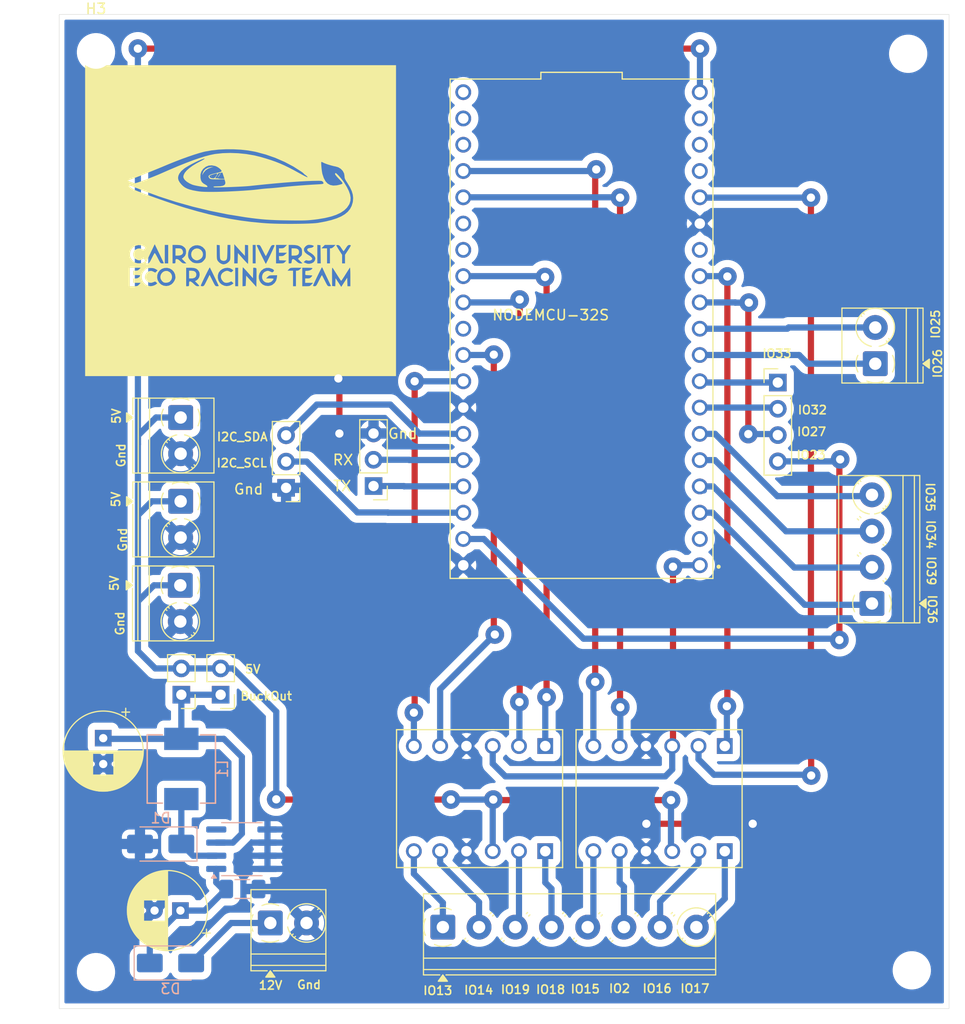
<source format=kicad_pcb>
(kicad_pcb (version 20241229) (generator "pcbnew") (generator_version "9.0")
  (layers (0 "F.Cu" signal "Front") (2 "B.Cu" signal "Back") (13 "F.Paste" user) (15 "B.Paste" user) (5 "F.SilkS" user "F.Silkscreen") (7 "B.SilkS" user "B.Silkscreen") (1 "F.Mask" user) (3 "B.Mask" user) (25 "Edge.Cuts" user))
  (net 0 "")
  (net 1 "GND")
  (net 3 "Net-(D3-K)")
  (net 4 "Net-(D3-A)")
  (net 5 "Net-(J1-Pin_1)")
  (net 6 "/I2C_SCL")
  (net 7 "Net-(D1-K)")
  (net 8 "/I2C_SDA")
  (net 9 "Net-(JP1-A)")
  (net 10 "Net-(J3-Pin_2)")
  (net 14 "Net-(J3-Pin_4)")
  (net 15 "Net-(J7-Pin_1)")
  (net 17 "Net-(J3-Pin_3)")
  (net 19 "+3.3V")
  (net 20 "Net-(J1-Pin_2)")
  (net 26 "Net-(J7-Pin_2)")
  (net 27 "Net-(J3-Pin_1)")
  (net 29 "+5V")
  (net 30 "/IO36")
  (net 31 "/IO39")
  (net 32 "/IO35")
  (net 33 "/IO34")
  (net 34 "IO15_LowLogic")
  (net 35 "IO2_LowLogic")
  (net 36 "IO17_LowLogic")
  (net 37 "IO18_LowLogic")
  (net 38 "IO19_LowLogic")
  (net 39 "IO14_LowLogic")
  (net 40 "IO13_LowLogic")
  (net 41 "IO19_HighLogic")
  (net 42 "IO2_HighLogic")
  (net 43 "IO14_HighLogic")
  (net 44 "IO13_HighLogic")
  (net 45 "IO18_HighLogic")
  (net 46 "IO15_HighLogic")
  (net 47 "IO17_HighLogic")
  (net 48 "IO16_HighLogic")
  (net 49 "IO16_LowLogic")
  (footprint "MountingHole:MountingHole_3.2mm_M3" (layer "F.Cu") (at 91.95 43.85)
    (property "Reference" "H3" (at 0 -4.2 0) (layer "F.SilkS"))
    (property "Value" "MountingHole")
    (pad "" np_thru_hole circle (at 0 0) (size 3.2 3.2) (drill 3.2) (layers "*.Cu" "*.Mask"))
  )
  (footprint "Connector_PinHeader_2.54mm:PinHeader_1x03_P2.54mm_Vertical" (layer "F.Cu") (at 110.325 85.95 180)
    (property "Reference" "J2" (hide yes))
    (property "Value" "Conn_01x03_Pin")
    (pad "1" thru_hole rect (at 0 0 180) (size 1.7 1.7) (drill 1) (layers "*.Cu" "*.Mask") (net 1 "GND"))
    (pad "2" thru_hole oval (at 0 2.54 180) (size 1.7 1.7) (drill 1) (layers "*.Cu" "*.Mask") (net 6 "/I2C_SCL"))
    (pad "3" thru_hole oval (at 0 5.08 180) (size 1.7 1.7) (drill 1) (layers "*.Cu" "*.Mask") (net 8 "/I2C_SDA"))
  )
  (footprint "TerminalBlock_Phoenix:TerminalBlock_Phoenix_PT-1,5-2-3.5-H_1x02_P3.50mm_Horizontal" (layer "F.Cu") (at 100.1325 87.25 -90)
    (property "Reference" "J10" (hide yes))
    (property "Value" "Screw_Terminal_01x02")
    (pad "1" thru_hole roundrect (at 0 0 270) (size 2.4 2.4) (drill 1.2) (layers "*.Cu" "*.Mask") (roundrect_rratio 0.104167) (net 29 "+5V"))
    (pad "2" thru_hole circle (at 3.5 0 270) (size 2.4 2.4) (drill 1.2) (layers "*.Cu" "*.Mask") (net 1 "GND"))
  )
  (footprint "Connector_PinHeader_2.54mm:PinHeader_1x02_P2.54mm_Vertical" (layer "F.Cu") (at 100.2 105.9425 180)
    (property "Reference" "JP1" (hide yes))
    (property "Value" "Jumper_2_Bridged")
    (pad "1" thru_hole rect (at 0 0 180) (size 1.7 1.7) (drill 1) (layers "*.Cu" "*.Mask") (net 9 "Net-(JP1-A)"))
    (pad "2" thru_hole oval (at 0 2.54 180) (size 1.7 1.7) (drill 1) (layers "*.Cu" "*.Mask") (net 29 "+5V"))
  )
  (footprint "Capacitor_THT:CP_Radial_D7.5mm_P2.50mm" (layer "F.Cu") (at 92.65 110.138606 -90)
    (property "Reference" "C2" (hide yes))
    (property "Value" "100u")
    (pad "1" thru_hole rect (at 0 0 270) (size 1.6 1.6) (drill 0.8) (layers "*.Cu" "*.Mask") (net 9 "Net-(JP1-A)"))
    (pad "2" thru_hole circle (at 2.5 0 270) (size 1.6 1.6) (drill 0.8) (layers "*.Cu" "*.Mask") (net 1 "GND"))
  )
  (footprint "Capacitor_THT:CP_Radial_D7.5mm_P2.50mm" (layer "F.Cu") (at 100.111395 126.8 180)
    (property "Reference" "C1" (hide yes))
    (property "Value" "180u")
    (pad "1" thru_hole rect (at 0 0 180) (size 1.6 1.6) (drill 0.8) (layers "*.Cu" "*.Mask") (net 3 "Net-(D3-K)"))
    (pad "2" thru_hole circle (at 2.5 0 180) (size 1.6 1.6) (drill 0.8) (layers "*.Cu" "*.Mask") (net 1 "GND"))
  )
  (footprint "LibMain:CONV_BOB-12009" (layer "F.Cu") (at 129.025 115.9825 -90)
    (property "Reference" "U3" (hide yes))
    (property "Value" "BOB-12009")
    (pad "GND_1" thru_hole circle (at 5.08 1.27 270) (size 1.524 1.524) (drill 1.016) (layers "*.Cu" "*.Mask") (net 1 "GND"))
    (pad "GND_2" thru_hole circle (at -5.08 1.27 270) (size 1.524 1.524) (drill 1.016) (layers "*.Cu" "*.Mask") (net 1 "GND"))
    (pad "HV" thru_hole circle (at 5.08 -1.27 270) (size 1.524 1.524) (drill 1.016) (layers "*.Cu" "*.Mask") (net 29 "+5V"))
    (pad "HV1" thru_hole rect (at 5.08 -6.35 270) (size 1.524 1.524) (drill 1.016) (layers "*.Cu" "*.Mask") (net 45 "IO18_HighLogic"))
    (pad "HV2" thru_hole circle (at 5.08 -3.81 270) (size 1.524 1.524) (drill 1.016) (layers "*.Cu" "*.Mask") (net 41 "IO19_HighLogic"))
    (pad "HV3" thru_hole circle (at 5.08 3.81 270) (size 1.524 1.524) (drill 1.016) (layers "*.Cu" "*.Mask") (net 43 "IO14_HighLogic"))
    (pad "HV4" thru_hole circle (at 5.08 6.35 270) (size 1.524 1.524) (drill 1.016) (layers "*.Cu" "*.Mask") (net 44 "IO13_HighLogic"))
    (pad "LV" thru_hole circle (at -5.08 -1.27 270) (size 1.524 1.524) (drill 1.016) (layers "*.Cu" "*.Mask") (net 19 "+3.3V"))
    (pad "LV1" thru_hole rect (at -5.08 -6.35 270) (size 1.524 1.524) (drill 1.016) (layers "*.Cu" "*.Mask") (net 49 "IO16_LowLogic"))
    (pad "LV2" thru_hole circle (at -5.08 -3.81 270) (size 1.524 1.524) (drill 1.016) (layers "*.Cu" "*.Mask") (net 36 "IO17_LowLogic"))
    (pad "LV3" thru_hole circle (at -5.08 3.81 270) (size 1.524 1.524) (drill 1.016) (layers "*.Cu" "*.Mask") (net 37 "IO18_LowLogic"))
    (pad "LV4" thru_hole circle (at -5.08 6.35 270) (size 1.524 1.524) (drill 1.016) (layers "*.Cu" "*.Mask") (net 38 "IO19_LowLogic"))
  )
  (footprint "TerminalBlock_Phoenix:TerminalBlock_Phoenix_PT-1,5-2-3.5-H_1x02_P3.50mm_Horizontal" (layer "F.Cu") (at 108.8 128)
    (property "Reference" "J6" (hide yes))
    (property "Value" "Screw_Terminal_01x02")
    (pad "1" thru_hole roundrect (at 0 0) (size 2.4 2.4) (drill 1.2) (layers "*.Cu" "*.Mask") (roundrect_rratio 0.104167) (net 4 "Net-(D3-A)"))
    (pad "2" thru_hole circle (at 3.5 0) (size 2.4 2.4) (drill 1.2) (layers "*.Cu" "*.Mask") (net 1 "GND"))
  )
  (footprint "TerminalBlock_Phoenix:TerminalBlock_Phoenix_PT-1,5-4-3.5-H_1x04_P3.50mm_Horizontal" (layer "F.Cu") (at 166.95 97.125 90)
    (property "Reference" "J4" (hide yes))
    (property "Value" "Screw_Terminal_01x04" (hide yes))
    (pad "1" thru_hole roundrect (at 0 0 90) (size 2.4 2.4) (drill 1.2) (layers "*.Cu" "*.Mask") (roundrect_rratio 0.104167) (net 30 "/IO36"))
    (pad "2" thru_hole circle (at 3.5 0 90) (size 2.4 2.4) (drill 1.2) (layers "*.Cu" "*.Mask") (net 31 "/IO39"))
    (pad "3" thru_hole circle (at 7 0 90) (size 2.4 2.4) (drill 1.2) (layers "*.Cu" "*.Mask") (net 33 "/IO34"))
    (pad "4" thru_hole circle (at 10.5 0 90) (size 2.4 2.4) (drill 1.2) (layers "*.Cu" "*.Mask") (net 32 "/IO35"))
  )
  (footprint "Connector_PinHeader_2.54mm:PinHeader_1x02_P2.54mm_Vertical" (layer "F.Cu") (at 104 105.9425 180)
    (property "Reference" "JP2" (hide yes))
    (property "Value" "Jumper_2_Bridged")
    (pad "1" thru_hole rect (at 0 0 180) (size 1.7 1.7) (drill 1) (layers "*.Cu" "*.Mask") (net 9 "Net-(JP1-A)"))
    (pad "2" thru_hole oval (at 0 2.54 180) (size 1.7 1.7) (drill 1) (layers "*.Cu" "*.Mask") (net 29 "+5V"))
  )
  (footprint "TerminalBlock_Phoenix:TerminalBlock_Phoenix_PT-1,5-2-3.5-H_1x02_P3.50mm_Horizontal" (layer "F.Cu") (at 100.1325 79.15 -90)
    (property "Reference" "J9" (hide yes))
    (property "Value" "Screw_Terminal_01x02")
    (pad "1" thru_hole roundrect (at 0 0 270) (size 2.4 2.4) (drill 1.2) (layers "*.Cu" "*.Mask") (roundrect_rratio 0.104167) (net 29 "+5V"))
    (pad "2" thru_hole circle (at 3.5 0 270) (size 2.4 2.4) (drill 1.2) (layers "*.Cu" "*.Mask") (net 1 "GND"))
  )
  (footprint "LibMain:MODULE_NODEMCU-32S" (layer "F.Cu") (at 138.88 70.57 180)
    (property "Reference" "U2" (hide yes))
    (property "Value" "NODEMCU-32S")
    (pad "J1_1" thru_hole circle (at -11.43 -22.86 180) (size 1.524 1.524) (drill 1.016) (layers "*.Cu" "*.Mask") (net 19 "+3.3V"))
    (pad "J1_2" thru_hole circle (at -11.43 -20.32 180) (size 1.524 1.524) (drill 1.016) (layers "*.Cu" "*.Mask"))
    (pad "J1_3" thru_hole circle (at -11.43 -17.78 180) (size 1.524 1.524) (drill 1.016) (layers "*.Cu" "*.Mask") (net 30 "/IO36"))
    (pad "J1_4" thru_hole circle (at -11.43 -15.24 180) (size 1.524 1.524) (drill 1.016) (layers "*.Cu" "*.Mask") (net 31 "/IO39"))
    (pad "J1_5" thru_hole circle (at -11.43 -12.7 180) (size 1.524 1.524) (drill 1.016) (layers "*.Cu" "*.Mask") (net 33 "/IO34"))
    (pad "J1_6" thru_hole circle (at -11.43 -10.16 180) (size 1.524 1.524) (drill 1.016) (layers "*.Cu" "*.Mask") (net 32 "/IO35"))
    (pad "J1_7" thru_hole circle (at -11.43 -7.62 180) (size 1.524 1.524) (drill 1.016) (layers "*.Cu" "*.Mask") (net 10 "Net-(J3-Pin_2)"))
    (pad "J1_8" thru_hole circle (at -11.43 -5.08 180) (size 1.524 1.524) (drill 1.016) (layers "*.Cu" "*.Mask") (net 27 "Net-(J3-Pin_1)"))
    (pad "J1_9" thru_hole circle (at -11.43 -2.54 180) (size 1.524 1.524) (drill 1.016) (layers "*.Cu" "*.Mask") (net 15 "Net-(J7-Pin_1)"))
    (pad "J1_10" thru_hole circle (at -11.43 0 180) (size 1.524 1.524) (drill 1.016) (layers "*.Cu" "*.Mask") (net 26 "Net-(J7-Pin_2)"))
    (pad "J1_11" thru_hole circle (at -11.43 2.54 180) (size 1.524 1.524) (drill 1.016) (layers "*.Cu" "*.Mask") (net 17 "Net-(J3-Pin_3)"))
    (pad "J1_12" thru_hole circle (at -11.43 5.08 180) (size 1.524 1.524) (drill 1.016) (layers "*.Cu" "*.Mask") (net 39 "IO14_LowLogic"))
    (pad "J1_13" thru_hole circle (at -11.43 7.62 180) (size 1.524 1.524) (drill 1.016) (layers "*.Cu" "*.Mask"))
    (pad "J1_14" thru_hole circle (at -11.43 10.16 180) (size 1.524 1.524) (drill 1.016) (layers "*.Cu" "*.Mask") (net 1 "GND"))
    (pad "J1_15" thru_hole circle (at -11.43 12.7 180) (size 1.524 1.524) (drill 1.016) (layers "*.Cu" "*.Mask") (net 40 "IO13_LowLogic"))
    (pad "J1_16" thru_hole circle (at -11.43 15.24 180) (size 1.524 1.524) (drill 1.016) (layers "*.Cu" "*.Mask"))
    (pad "J1_17" thru_hole circle (at -11.43 17.78 180) (size 1.524 1.524) (drill 1.016) (layers "*.Cu" "*.Mask"))
    (pad "J1_18" thru_hole circle (at -11.43 20.32 180) (size 1.524 1.524) (drill 1.016) (layers "*.Cu" "*.Mask"))
    (pad "J1_19" thru_hole circle (at -11.43 22.86 180) (size 1.524 1.524) (drill 1.016) (layers "*.Cu" "*.Mask") (net 29 "+5V"))
    (pad "J2_1" thru_hole circle (at 11.43 -22.86 180) (size 1.524 1.524) (drill 1.016) (layers "*.Cu" "*.Mask") (net 1 "GND"))
    (pad "J2_2" thru_hole circle (at 11.43 -20.32 180) (size 1.524 1.524) (drill 1.016) (layers "*.Cu" "*.Mask") (net 14 "Net-(J3-Pin_4)"))
    (pad "J2_3" thru_hole circle (at 11.43 -17.78 180) (size 1.524 1.524) (drill 1.016) (layers "*.Cu" "*.Mask") (net 6 "/I2C_SCL"))
    (pad "J2_4" thru_hole circle (at 11.43 -15.24 180) (size 1.524 1.524) (drill 1.016) (layers "*.Cu" "*.Mask") (net 5 "Net-(J1-Pin_1)"))
    (pad "J2_5" thru_hole circle (at 11.43 -12.7 180) (size 1.524 1.524) (drill 1.016) (layers "*.Cu" "*.Mask") (net 20 "Net-(J1-Pin_2)"))
    (pad "J2_6" thru_hole circle (at 11.43 -10.16 180) (size 1.524 1.524) (drill 1.016) (layers "*.Cu" "*.Mask") (net 8 "/I2C_SDA"))
    (pad "J2_7" thru_hole circle (at 11.43 -7.62 180) (size 1.524 1.524) (drill 1.016) (layers "*.Cu" "*.Mask") (net 1 "GND"))
    (pad "J2_8" thru_hole circle (at 11.43 -5.08 180) (size 1.524 1.524) (drill 1.016) (layers "*.Cu" "*.Mask") (net 38 "IO19_LowLogic"))
    (pad "J2_9" thru_hole circle (at 11.43 -2.54 180) (size 1.524 1.524) (drill 1.016) (layers "*.Cu" "*.Mask") (net 37 "IO18_LowLogic"))
    (pad "J2_10" thru_hole circle (at 11.43 0 180) (size 1.524 1.524) (drill 1.016) (layers "*.Cu" "*.Mask"))
    (pad "J2_11" thru_hole circle (at 11.43 2.54 180) (size 1.524 1.524) (drill 1.016) (layers "*.Cu" "*.Mask") (net 36 "IO17_LowLogic"))
    (pad "J2_12" thru_hole circle (at 11.43 5.08 180) (size 1.524 1.524) (drill 1.016) (layers "*.Cu" "*.Mask") (net 49 "IO16_LowLogic"))
    (pad "J2_13" thru_hole circle (at 11.43 7.62 180) (size 1.524 1.524) (drill 1.016) (layers "*.Cu" "*.Mask"))
    (pad "J2_14" thru_hole circle (at 11.43 10.16 180) (size 1.524 1.524) (drill 1.016) (layers "*.Cu" "*.Mask"))
    (pad "J2_15" thru_hole circle (at 11.43 12.7 180) (size 1.524 1.524) (drill 1.016) (layers "*.Cu" "*.Mask") (net 35 "IO2_LowLogic"))
    (pad "J2_16" thru_hole circle (at 11.43 15.24 180) (size 1.524 1.524) (drill 1.016) (layers "*.Cu" "*.Mask") (net 34 "IO15_LowLogic"))
    (pad "J2_17" thru_hole circle (at 11.43 17.78 180) (size 1.524 1.524) (drill 1.016) (layers "*.Cu" "*.Mask"))
    (pad "J2_18" thru_hole circle (at 11.43 20.32 180) (size 1.524 1.524) (drill 1.016) (layers "*.Cu" "*.Mask"))
    (pad "J2_19" thru_hole circle (at 11.43 22.86 180) (size 1.524 1.524) (drill 1.016) (layers "*.Cu" "*.Mask"))
  )
  (footprint "LOGO" (layer "F.Cu") (at 105.925 60.125)
    (property "Reference" "G***" (hide yes))
    (property "Value" "LOGO" (hide yes))
  )
  (footprint "TerminalBlock_Phoenix:TerminalBlock_Phoenix_PT-1,5-8-3.5-H_1x08_P3.50mm_Horizontal" (layer "F.Cu") (at 125.475 128.4)
    (property "Reference" "J5" (hide yes))
    (property "Value" "Digital I/O")
    (pad "1" thru_hole roundrect (at 0 0) (size 2.4 2.4) (drill 1.2) (layers "*.Cu" "*.Mask") (roundrect_rratio 0.104167) (net 44 "IO13_HighLogic"))
    (pad "2" thru_hole circle (at 3.5 0) (size 2.4 2.4) (drill 1.2) (layers "*.Cu" "*.Mask") (net 43 "IO14_HighLogic"))
    (pad "3" thru_hole circle (at 7 0) (size 2.4 2.4) (drill 1.2) (layers "*.Cu" "*.Mask") (net 41 "IO19_HighLogic"))
    (pad "4" thru_hole circle (at 10.5 0) (size 2.4 2.4) (drill 1.2) (layers "*.Cu" "*.Mask") (net 45 "IO18_HighLogic"))
    (pad "5" thru_hole circle (at 14 0) (size 2.4 2.4) (drill 1.2) (layers "*.Cu" "*.Mask") (net 46 "IO15_HighLogic"))
    (pad "6" thru_hole circle (at 17.5 0) (size 2.4 2.4) (drill 1.2) (layers "*.Cu" "*.Mask") (net 42 "IO2_HighLogic"))
    (pad "7" thru_hole circle (at 21 0) (size 2.4 2.4) (drill 1.2) (layers "*.Cu" "*.Mask") (net 48 "IO16_HighLogic"))
    (pad "8" thru_hole circle (at 24.5 0) (size 2.4 2.4) (drill 1.2) (layers "*.Cu" "*.Mask") (net 47 "IO17_HighLogic"))
  )
  (footprint "MountingHole:MountingHole_3.2mm_M3" (layer "F.Cu") (at 170.8 132.575)
    (property "Reference" "H2" (hide yes))
    (property "Value" "MountingHole")
    (pad "" np_thru_hole circle (at 0 0) (size 3.2 3.2) (drill 3.2) (layers "*.Cu" "*.Mask"))
  )
  (footprint "MountingHole:MountingHole_3.2mm_M3" (layer "F.Cu") (at 91.95 132.75)
    (property "Reference" "H4" (hide yes))
    (property "Value" "MountingHole")
    (pad "" np_thru_hole circle (at 0 0) (size 3.2 3.2) (drill 3.2) (layers "*.Cu" "*.Mask"))
  )
  (footprint "Connector_PinHeader_2.54mm:PinHeader_1x04_P2.54mm_Vertical" (layer "F.Cu") (at 157.85 75.77)
    (property "Reference" "J3" (hide yes))
    (property "Value" "Conn_01x04_Pin")
    (pad "1" thru_hole rect (at 0 0) (size 1.7 1.7) (drill 1) (layers "*.Cu" "*.Mask") (net 27 "Net-(J3-Pin_1)"))
    (pad "2" thru_hole oval (at 0 2.54) (size 1.7 1.7) (drill 1) (layers "*.Cu" "*.Mask") (net 10 "Net-(J3-Pin_2)"))
    (pad "3" thru_hole oval (at 0 5.08) (size 1.7 1.7) (drill 1) (layers "*.Cu" "*.Mask") (net 17 "Net-(J3-Pin_3)"))
    (pad "4" thru_hole oval (at 0 7.62) (size 1.7 1.7) (drill 1) (layers "*.Cu" "*.Mask") (net 14 "Net-(J3-Pin_4)"))
  )
  (footprint "TerminalBlock_Phoenix:TerminalBlock_Phoenix_PT-1,5-2-3.5-H_1x02_P3.50mm_Horizontal" (layer "F.Cu") (at 167.2675 73.95 90)
    (property "Reference" "J7" (hide yes))
    (property "Value" "DAC_OUT" (hide yes))
    (pad "1" thru_hole roundrect (at 0 0 90) (size 2.4 2.4) (drill 1.2) (layers "*.Cu" "*.Mask") (roundrect_rratio 0.104167) (net 15 "Net-(J7-Pin_1)"))
    (pad "2" thru_hole circle (at 3.5 0 90) (size 2.4 2.4) (drill 1.2) (layers "*.Cu" "*.Mask") (net 26 "Net-(J7-Pin_2)"))
  )
  (footprint "TerminalBlock_Phoenix:TerminalBlock_Phoenix_PT-1,5-2-3.5-H_1x02_P3.50mm_Horizontal" (layer "F.Cu") (at 100.1 95.3675 -90)
    (property "Reference" "J8" (hide yes))
    (property "Value" "Screw_Terminal_01x02")
    (pad "1" thru_hole roundrect (at 0 0 270) (size 2.4 2.4) (drill 1.2) (layers "*.Cu" "*.Mask") (roundrect_rratio 0.104167) (net 29 "+5V"))
    (pad "2" thru_hole circle (at 3.5 0 270) (size 2.4 2.4) (drill 1.2) (layers "*.Cu" "*.Mask") (net 1 "GND"))
  )
  (footprint "Connector_PinHeader_2.54mm:PinHeader_1x03_P2.54mm_Vertical" (layer "F.Cu") (at 118.775 85.775 180)
    (property "Reference" "J1" (hide yes))
    (property "Value" "Conn_01x03_Pin")
    (pad "1" thru_hole rect (at 0 0 180) (size 1.7 1.7) (drill 1) (layers "*.Cu" "*.Mask") (net 5 "Net-(J1-Pin_1)"))
    (pad "2" thru_hole oval (at 0 2.54 180) (size 1.7 1.7) (drill 1) (layers "*.Cu" "*.Mask") (net 20 "Net-(J1-Pin_2)"))
    (pad "3" thru_hole oval (at 0 5.08 180) (size 1.7 1.7) (drill 1) (layers "*.Cu" "*.Mask") (net 1 "GND"))
  )
  (footprint "LibMain:CONV_BOB-12009" (layer "F.Cu") (at 146.375 115.9825 -90)
    (property "Reference" "U4" (hide yes))
    (property "Value" "BOB-12009")
    (pad "GND_1" thru_hole circle (at 5.08 1.27 270) (size 1.524 1.524) (drill 1.016) (layers "*.Cu" "*.Mask") (net 1 "GND"))
    (pad "GND_2" thru_hole circle (at -5.08 1.27 270) (size 1.524 1.524) (drill 1.016) (layers "*.Cu" "*.Mask") (net 1 "GND"))
    (pad "HV" thru_hole circle (at 5.08 -1.27 270) (size 1.524 1.524) (drill 1.016) (layers "*.Cu" "*.Mask") (net 29 "+5V"))
    (pad "HV1" thru_hole rect (at 5.08 -6.35 270) (size 1.524 1.524) (drill 1.016) (layers "*.Cu" "*.Mask") (net 47 "IO17_HighLogic"))
    (pad "HV2" thru_hole circle (at 5.08 -3.81 270) (size 1.524 1.524) (drill 1.016) (layers "*.Cu" "*.Mask") (net 48 "IO16_HighLogic"))
    (pad "HV3" thru_hole circle (at 5.08 3.81 270) (size 1.524 1.524) (drill 1.016) (layers "*.Cu" "*.Mask") (net 42 "IO2_HighLogic"))
    (pad "HV4" thru_hole circle (at 5.08 6.35 270) (size 1.524 1.524) (drill 1.016) (layers "*.Cu" "*.Mask") (net 46 "IO15_HighLogic"))
    (pad "LV" thru_hole circle (at -5.08 -1.27 270) (size 1.524 1.524) (drill 1.016) (layers "*.Cu" "*.Mask") (net 19 "+3.3V"))
    (pad "LV1" thru_hole rect (at -5.08 -6.35 270) (size 1.524 1.524) (drill 1.016) (layers "*.Cu" "*.Mask") (net 39 "IO14_LowLogic"))
    (pad "LV2" thru_hole circle (at -5.08 -3.81 270) (size 1.524 1.524) (drill 1.016) (layers "*.Cu" "*.Mask") (net 40 "IO13_LowLogic"))
    (pad "LV3" thru_hole circle (at -5.08 3.81 270) (size 1.524 1.524) (drill 1.016) (layers "*.Cu" "*.Mask") (net 35 "IO2_LowLogic"))
    (pad "LV4" thru_hole circle (at -5.08 6.35 270) (size 1.524 1.524) (drill 1.016) (layers "*.Cu" "*.Mask") (net 34 "IO15_LowLogic"))
  )
  (footprint "MountingHole:MountingHole_3.2mm_M3" (layer "F.Cu") (at 170.45 44)
    (property "Reference" "H1" (hide yes))
    (property "Value" "MountingHole")
    (pad "" np_thru_hole circle (at 0 0) (size 3.2 3.2) (drill 3.2) (layers "*.Cu" "*.Mask"))
  )
  (footprint "EasyEDA:IND-SMD_L7.1-W6.6_H5.0" (layer "B.Cu") (at 100.2 113.1175 90)
    (property "Reference" "L1" (at 0 4 90) (layer "B.SilkS") (effects (justify mirror)))
    (property "Value" "68uH")
    (pad "1" smd rect (at -2.91 0 90) (size 2.15 3.32) (layers "B.Cu" "B.Mask" "B.Paste") (net 7 "Net-(D1-K)"))
    (pad "2" smd rect (at 2.91 0 90) (size 2.15 3.32) (layers "B.Cu" "B.Mask" "B.Paste") (net 9 "Net-(JP1-A)"))
  )
  (footprint "Capacitor_SMD:C_1206_3216Metric_Pad1.33x1.80mm_HandSolder" (layer "B.Cu") (at 106.1 124.7175)
    (property "Reference" "C3" (hide yes))
    (property "Value" "10u")
    (pad "1" smd roundrect (at -1.5625 0) (size 1.325 1.8) (layers "B.Cu" "B.Mask" "B.Paste") (roundrect_rratio 0.188679) (net 3 "Net-(D3-K)"))
    (pad "2" smd roundrect (at 1.5625 0) (size 1.325 1.8) (layers "B.Cu" "B.Mask" "B.Paste") (roundrect_rratio 0.188679) (net 1 "GND"))
  )
  (footprint "Package_SO:SOIC-8_3.9x4.9mm_P1.27mm" (layer "B.Cu") (at 106.05 120.8675)
    (property "Reference" "U1" (hide yes))
    (property "Value" "XL1509-5.0")
    (pad "1" smd roundrect (at -2.475 1.905) (size 1.95 0.6) (layers "B.Cu" "B.Mask" "B.Paste") (net 3 "Net-(D3-K)"))
    (pad "2" smd roundrect (at -2.475 0.635) (size 1.95 0.6) (layers "B.Cu" "B.Mask" "B.Paste") (net 7 "Net-(D1-K)"))
    (pad "3" smd roundrect (at -2.475 -0.635) (size 1.95 0.6) (layers "B.Cu" "B.Mask" "B.Paste") (net 9 "Net-(JP1-A)"))
    (pad "4" smd roundrect (at -2.475 -1.905) (size 1.95 0.6) (layers "B.Cu" "B.Mask" "B.Paste"))
    (pad "5" smd roundrect (at 2.475 -1.905) (size 1.95 0.6) (layers "B.Cu" "B.Mask" "B.Paste") (net 1 "GND"))
    (pad "6" smd roundrect (at 2.475 -0.635) (size 1.95 0.6) (layers "B.Cu" "B.Mask" "B.Paste") (net 1 "GND"))
    (pad "7" smd roundrect (at 2.475 0.635) (size 1.95 0.6) (layers "B.Cu" "B.Mask" "B.Paste") (net 1 "GND"))
    (pad "8" smd roundrect (at 2.475 1.905) (size 1.95 0.6) (layers "B.Cu" "B.Mask" "B.Paste") (net 1 "GND"))
  )
  (footprint "Diode_SMD:D_SMA" (layer "B.Cu") (at 99.15 131.8675)
    (property "Reference" "D3" (at 0 2.5 0) (layer "B.SilkS") (effects (justify mirror)))
    (property "Value" "SS310")
    (pad "1" smd roundrect (at -2 0) (size 2.5 1.8) (layers "B.Cu" "B.Mask" "B.Paste") (roundrect_rratio 0.1388888889) (net 3 "Net-(D3-K)"))
    (pad "2" smd roundrect (at 2 0) (size 2.5 1.8) (layers "B.Cu" "B.Mask" "B.Paste") (roundrect_rratio 0.1388888889) (net 4 "Net-(D3-A)"))
  )
  (footprint "Diode_SMD:D_SMA" (layer "B.Cu") (at 98.2 120.3675 180)
    (property "Reference" "D1" (at 0 2.5 0) (layer "B.SilkS") (effects (justify mirror)))
    (property "Value" "SS34")
    (pad "1" smd roundrect (at -2 0 180) (size 2.5 1.8) (layers "B.Cu" "B.Mask" "B.Paste") (roundrect_rratio 0.1388888889) (net 7 "Net-(D1-K)"))
    (pad "2" smd roundrect (at 2 0 180) (size 2.5 1.8) (layers "B.Cu" "B.Mask" "B.Paste") (roundrect_rratio 0.1388888889) (net 1 "GND"))
  )
  (gr_rect (start 88.4 40.2) (end 174.4 136.274257) (stroke (width 0.0381)) (fill no) (layer "Edge.Cuts"))
  (gr_text "IO33" (at 156.275 73.45 0) (layer "F.SilkS") (effects (font (size 0.8128 0.8128) (thickness 0.1524) (bold yes)) (justify left bottom)))
  (gr_text "IO39" (at 172.2 92.475 270) (layer "F.SilkS") (effects (font (size 0.8128 0.8128) (thickness 0.1524) (bold yes)) (justify left bottom)))
  (gr_text "IO13" (at 123.495 135.0125 0) (layer "F.SilkS") (effects (font (size 0.8128 0.8128) (thickness 0.1524) (bold yes)) (justify left bottom)))
  (gr_text "5V\n" (at 94.4 79.85 90) (layer "F.SilkS") (effects (font (size 0.8128 0.8128) (thickness 0.1524) (bold yes)) (justify left bottom)))
  (gr_text "IO18" (at 134.395 134.9125 0) (layer "F.SilkS") (effects (font (size 0.8128 0.8128) (thickness 0.1524) (bold yes)) (justify left bottom)))
  (gr_text "I2C_SDA" (at 103.55 81.5 0) (layer "F.SilkS") (effects (font (size 0.8128 0.8128) (thickness 0.1524) (bold yes)) (justify left bottom)))
  (gr_text "IO17" (at 148.345 134.8125 0) (layer "F.SilkS") (effects (font (size 0.8128 0.8128) (thickness 0.1524) (bold yes)) (justify left bottom)))
  (gr_text "12V\n" (at 107.6 134.5 0) (layer "F.SilkS") (effects (font (size 0.8128 0.8128) (thickness 0.1524) (bold yes)) (justify left bottom)))
  (gr_text "Gnd\n" (at 106.7 86.075 0) (layer "F.SilkS") (effects (font (size 1 1))))
  (gr_text "IO27" (at 159.625 81 0) (layer "F.SilkS") (effects (font (size 0.8128 0.8128) (thickness 0.1524) (bold yes)) (justify left bottom)))
  (gr_text "TX" (at 115.75 85.775 0) (layer "F.SilkS") (effects (font (size 1 1))))
  (gr_text "IO23" (at 159.575 83.25 0) (layer "F.SilkS") (effects (font (size 0.8128 0.8128) (thickness 0.1524) (bold yes)) (justify left bottom)))
  (gr_text "Gnd\n" (at 94.85 84.05 90) (layer "F.SilkS") (effects (font (size 0.8128 0.8128) (thickness 0.1524) (bold yes)) (justify left bottom)))
  (gr_text "IO16" (at 144.695 134.8125 0) (layer "F.SilkS") (effects (font (size 0.8128 0.8128) (thickness 0.1524) (bold yes)) (justify left bottom)))
  (gr_text "IO2" (at 141.445 134.8125 0) (layer "F.SilkS") (effects (font (size 0.8128 0.8128) (thickness 0.1524) (bold yes)) (justify left bottom)))
  (gr_text "Gnd\n" (at 94.75 100.3 90) (layer "F.SilkS") (effects (font (size 0.8128 0.8128) (thickness 0.1524) (bold yes)) (justify left bottom)))
  (gr_text "IO19" (at 130.995 134.9125 0) (layer "F.SilkS") (effects (font (size 0.8128 0.8128) (thickness 0.1524) (bold yes)) (justify left bottom)))
  (gr_text "Gnd\n" (at 95 92.2 90) (layer "F.SilkS") (effects (font (size 0.8128 0.8128) (thickness 0.1524) (bold yes)) (justify left bottom)))
  (gr_text "IO32" (at 159.7 78.9 0) (layer "F.SilkS") (effects (font (size 0.8128 0.8128) (thickness 0.1524) (bold yes)) (justify left bottom)))
  (gr_text "Gnd\n" (at 121.6 80.7 0) (layer "F.SilkS") (effects (font (size 1 1))))
  (gr_text "IO25" (at 173.575 71.625 90) (layer "F.SilkS") (effects (font (size 0.8128 0.8128) (thickness 0.1524) (bold yes)) (justify left bottom)))
  (gr_text "NODEMCU-32S" (at 135.9 69.25 0) (layer "F.SilkS") (effects (font (size 1 1))))
  (gr_text "Gnd\n" (at 111.3 134.45 0) (layer "F.SilkS") (effects (font (size 0.8128 0.8128) (thickness 0.1524) (bold yes)) (justify left bottom)))
  (gr_text "IO15" (at 137.745 134.8625 0) (layer "F.SilkS") (effects (font (size 0.8128 0.8128) (thickness 0.1524) (bold yes)) (justify left bottom)))
  (gr_text "I2C_SCL" (at 103.525 84.025 0) (layer "F.SilkS") (effects (font (size 0.8128 0.8128) (thickness 0.1524) (bold yes)) (justify left bottom)))
  (gr_text "5V\n" (at 94.2 96 90) (layer "F.SilkS") (effects (font (size 0.8128 0.8128) (thickness 0.1524) (bold yes)) (justify left bottom)))
  (gr_text "IO26" (at 173.775 75.425 90) (layer "F.SilkS") (effects (font (size 0.8128 0.8128) (thickness 0.1524) (bold yes)) (justify left bottom)))
  (gr_text "BuckOut" (at 108.4 106.55 0) (layer "F.SilkS") (effects (font (size 0.8128 0.8128) (thickness 0.1524) (bold yes)) (justify bottom)))
  (gr_text "IO34" (at 172.15 88.975 270) (layer "F.SilkS") (effects (font (size 0.8128 0.8128) (thickness 0.1524) (bold yes)) (justify left bottom)))
  (gr_text "RX" (at 115.825 83.25 0) (layer "F.SilkS") (effects (font (size 1 1))))
  (gr_text "5V\n" (at 94.35 87.9 90) (layer "F.SilkS") (effects (font (size 0.8128 0.8128) (thickness 0.1524) (bold yes)) (justify left bottom)))
  (gr_text "IO36" (at 172.3 96.2 270) (layer "F.SilkS") (effects (font (size 0.8128 0.8128) (thickness 0.1524) (bold yes)) (justify left bottom)))
  (gr_text "IO14" (at 127.445 134.9625 0) (layer "F.SilkS") (effects (font (size 0.8128 0.8128) (thickness 0.1524) (bold yes)) (justify left bottom)))
  (gr_text "5V" (at 107.1 103.95 0) (layer "F.SilkS") (effects (font (size 0.8128 0.8128) (thickness 0.1524) (bold yes)) (justify bottom)))
  (gr_text "IO35" (at 172.1 85.35 270) (layer "F.SilkS") (effects (font (size 0.8128 0.8128) (thickness 0.1524) (bold yes)) (justify left bottom)))
  (segment (start 155.425 118.4125) (end 145.145 118.4125) (width 0.6) (layer "F.Cu") (net 1))
  (segment (start 115.475 75.475) (end 115.375 75.375) (width 0.6) (layer "F.Cu") (net 1))
  (segment (start 115.475 80.7) (end 115.475 75.475) (width 0.6) (layer "F.Cu") (net 1))
  (via (at 145.145 118.4125) (size 1.8) (drill 0.8) (layers "F.Cu" "B.Cu") (net 1))
  (via (at 115.475 80.7) (size 1.8) (drill 0.8) (layers "F.Cu" "B.Cu") (net 1))
  (via (at 115.375 75.375) (size 1.8) (drill 0.8) (layers "F.Cu" "B.Cu") (net 1))
  (via (at 155.425 118.4125) (size 1.8) (drill 0.8) (layers "F.Cu" "B.Cu") (net 1))
  (segment (start 115.48 80.695) (end 115.475 80.7) (width 0.6) (layer "B.Cu") (net 1))
  (segment (start 118.775 80.695) (end 115.48 80.695) (width 0.6) (layer "B.Cu") (net 1))
  (segment (start 104.2 124.7175) (end 103.575 124.0925) (width 0.6) (layer "B.Cu") (net 3))
  (segment (start 102.455 126.8) (end 104.5375 124.7175) (width 0.6) (layer "B.Cu") (net 3))
  (segment (start 103.575 124.0925) (end 103.575 122.7725) (width 0.6) (layer "B.Cu") (net 3))
  (segment (start 97.15 131.8675) (end 97.15 129.761395) (width 0.6) (layer "B.Cu") (net 3))
  (segment (start 97.15 129.761395) (end 100.111395 126.8) (width 0.6) (layer "B.Cu") (net 3))
  (segment (start 104.5375 124.7175) (end 104.2 124.7175) (width 0.6) (layer "B.Cu") (net 3))
  (segment (start 100.111395 126.8) (end 102.455 126.8) (width 0.6) (layer "B.Cu") (net 3))
  (segment (start 105.0175 128) (end 101.15 131.8675) (width 0.6) (layer "B.Cu") (net 4))
  (segment (start 108.8 128) (end 105.0175 128) (width 0.6) (layer "B.Cu") (net 4))
  (segment (start 127.44 85.8) (end 127.45 85.81) (width 0.6) (layer "B.Cu") (net 5))
  (segment (start 121.7 85.775) (end 118.775 85.775) (width 0.6) (layer "B.Cu") (net 5))
  (segment (start 121.725 85.8) (end 121.7 85.775) (width 0.6) (layer "B.Cu") (net 5))
  (segment (start 121.725 85.8) (end 127.44 85.8) (width 0.6) (layer "B.Cu") (net 5))
  (segment (start 110.325 83.41) (end 112.31 83.41) (width 0.6) (layer "B.Cu") (net 6))
  (segment (start 120.175 88.35) (end 127.45 88.35) (width 0.6) (layer "B.Cu") (net 6))
  (segment (start 117.225 88.325) (end 120.15 88.325) (width 0.6) (layer "B.Cu") (net 6))
  (segment (start 112.31 83.41) (end 117.225 88.325) (width 0.6) (layer "B.Cu") (net 6))
  (segment (start 120.15 88.325) (end 120.175 88.35) (width 0.6) (layer "B.Cu") (net 6))
  (segment (start 100.2 116.0275) (end 100.2 120.3675) (width 0.6) (layer "B.Cu") (net 7))
  (segment (start 100.2 120.3675) (end 101.335 121.5025) (width 0.6) (layer "B.Cu") (net 7))
  (segment (start 101.335 121.5025) (end 103.575 121.5025) (width 0.6) (layer "B.Cu") (net 7))
  (segment (start 123.205 80.705) (end 126.13 80.705) (width 0.6) (layer "B.Cu") (net 8))
  (segment (start 126.13 80.705) (end 126.155 80.73) (width 0.6) (layer "B.Cu") (net 8))
  (segment (start 123.205 80.705) (end 120.4 77.9) (width 0.6) (layer "B.Cu") (net 8))
  (segment (start 120.4 77.9) (end 113.295 77.9) (width 0.6) (layer "B.Cu") (net 8))
  (segment (start 127.45 80.73) (end 126.155 80.73) (width 0.6) (layer "B.Cu") (net 8))
  (segment (start 113.295 77.9) (end 110.325 80.87) (width 0.6) (layer "B.Cu") (net 8))
  (segment (start 100.2 105.9425) (end 100.2 110.2075) (width 0.6) (layer "B.Cu") (net 9))
  (segment (start 104 105.9425) (end 100.2 105.9425) (width 0.6) (layer "B.Cu") (net 9))
  (segment (start 106.05 119.3675) (end 105.185 120.2325) (width 0.6) (layer "B.Cu") (net 9))
  (segment (start 100.2 110.2075) (end 104.3075 110.2075) (width 0.6) (layer "B.Cu") (net 9))
  (segment (start 104.3075 110.2075) (end 106.05 111.95) (width 0.6) (layer "B.Cu") (net 9))
  (segment (start 105.185 120.2325) (end 103.575 120.2325) (width 0.6) (layer "B.Cu") (net 9))
  (segment (start 92.718894 110.2075) (end 100.2 110.2075) (width 0.6) (layer "B.Cu") (net 9))
  (segment (start 106.05 111.95) (end 106.05 119.3675) (width 0.6) (layer "B.Cu") (net 9))
  (segment (start 157.73 78.19) (end 150.31 78.19) (width 0.6) (layer "B.Cu") (net 10))
  (segment (start 157.85 78.31) (end 157.73 78.19) (width 0.6) (layer "B.Cu") (net 10))
  (segment (start 163.8 83.275) (end 163.875 83.2) (width 0.6) (layer "F.Cu") (net 14))
  (segment (start 163.8 100.65) (end 163.8 83.275) (width 0.6) (layer "F.Cu") (net 14))
  (via (at 163.875 83.2) (size 1.8) (drill 0.8) (layers "F.Cu" "B.Cu") (net 14))
  (via (at 163.8 100.65) (size 1.8) (drill 0.8) (layers "F.Cu" "B.Cu") (net 14))
  (segment (start 129.44 90.89) (end 127.45 90.89) (width 0.6) (layer "B.Cu") (net 14))
  (segment (start 163.675 100.525) (end 139.075 100.525) (width 0.6) (layer "B.Cu") (net 14))
  (segment (start 139.075 100.525) (end 129.44 90.89) (width 0.6) (layer "B.Cu") (net 14))
  (segment (start 163.375 83.2) (end 163.185 83.39) (width 0.6) (layer "B.Cu") (net 14))
  (segment (start 163.8 100.65) (end 163.675 100.525) (width 0.6) (layer "B.Cu") (net 14))
  (segment (start 163.185 83.39) (end 157.85 83.39) (width 0.6) (layer "B.Cu") (net 14))
  (segment (start 163.875 83.2) (end 163.375 83.2) (width 0.6) (layer "B.Cu") (net 14))
  (segment (start 150.31 73.11) (end 159.91 73.11) (width 0.6) (layer "B.Cu") (net 15))
  (segment (start 159.91 73.11) (end 160.75 73.95) (width 0.6) (layer "B.Cu") (net 15))
  (segment (start 160.75 73.95) (end 167.2675 73.95) (width 0.6) (layer "B.Cu") (net 15))
  (segment (start 155 68.1) (end 155 80.75) (width 0.6) (layer "F.Cu") (net 17))
  (segment (start 155.05 68.05) (end 155 68.1) (width 0.6) (layer "F.Cu") (net 17))
  (via (at 155.05 68.05) (size 1.8) (drill 0.8) (layers "F.Cu" "B.Cu") (net 17))
  (via (at 155 80.75) (size 1.8) (drill 0.8) (layers "F.Cu" "B.Cu") (net 17))
  (segment (start 157.75 80.75) (end 157.85 80.85) (width 0.6) (layer "B.Cu") (net 17))
  (segment (start 154.55 80.75) (end 157.75 80.75) (width 0.6) (layer "B.Cu") (net 17))
  (segment (start 150.31 68.03) (end 153.73 68.03) (width 0.6) (layer "B.Cu") (net 17))
  (segment (start 153.75 68.05) (end 155.05 68.05) (width 0.6) (layer "B.Cu") (net 17))
  (segment (start 153.73 68.03) (end 153.75 68.05) (width 0.6) (layer "B.Cu") (net 17))
  (segment (start 147.72 93.575) (end 147.72 110.8025) (width 0.6) (layer "F.Cu") (net 19))
  (via (at 147.72 93.575) (size 1.8) (drill 0.8) (layers "F.Cu" "B.Cu") (net 19))
  (segment (start 131.525 113.8325) (end 146.975 113.8325) (width 0.6) (layer "B.Cu") (net 19))
  (segment (start 130.295 110.9025) (end 130.295 112.6025) (width 0.6) (layer "B.Cu") (net 19))
  (segment (start 147.925 93.575) (end 148.07 93.43) (width 0.6) (layer "B.Cu") (net 19))
  (segment (start 147.72 93.575) (end 147.925 93.575) (width 0.6) (layer "B.Cu") (net 19))
  (segment (start 146.975 113.8325) (end 147.645 113.1625) (width 0.6) (layer "B.Cu") (net 19))
  (segment (start 130.295 112.6025) (end 131.525 113.8325) (width 0.6) (layer "B.Cu") (net 19))
  (segment (start 148.07 93.43) (end 150.31 93.43) (width 0.6) (layer "B.Cu") (net 19))
  (segment (start 147.645 113.1625) (end 147.645 110.9025) (width 0.6) (layer "B.Cu") (net 19))
  (segment (start 118.775 83.235) (end 122.2 83.235) (width 0.6) (layer "B.Cu") (net 20))
  (segment (start 122.225 83.26) (end 128.06 83.26) (width 0.6) (layer "B.Cu") (net 20))
  (segment (start 158.77 70.57) (end 158.89 70.45) (width 0.6) (layer "B.Cu") (net 26))
  (segment (start 150.31 70.57) (end 158.77 70.57) (width 0.6) (layer "B.Cu") (net 26))
  (segment (start 158.89 70.45) (end 167.2675 70.45) (width 0.6) (layer "B.Cu") (net 26))
  (segment (start 150.43 75.77) (end 150.31 75.65) (width 0.6) (layer "B.Cu") (net 27))
  (segment (start 157.85 75.77) (end 150.43 75.77) (width 0.6) (layer "B.Cu") (net 27))
  (segment (start 130.35 116.075) (end 130.4 116.125) (width 0.6) (layer "F.Cu") (net 29))
  (segment (start 96 43.5) (end 150.325 43.5) (width 0.6) (layer "F.Cu") (net 29))
  (segment (start 130.4 116.125) (end 147.525 116.125) (width 0.6) (layer "F.Cu") (net 29))
  (segment (start 109.4 116.075) (end 109.375 116.05) (width 0.6) (layer "F.Cu") (net 29))
  (segment (start 126.25 116.075) (end 109.4 116.075) (width 0.6) (layer "F.Cu") (net 29))
  (via (at 147.525 116.125) (size 1.8) (drill 0.8) (layers "F.Cu" "B.Cu") (net 29))
  (via (at 150.325 43.5) (size 1.8) (drill 0.8) (layers "F.Cu" "B.Cu") (net 29))
  (via (at 126.25 116.075) (size 1.8) (drill 0.8) (layers "F.Cu" "B.Cu") (net 29))
  (via (at 109.375 116.05) (size 1.8) (drill 0.8) (layers "F.Cu" "B.Cu") (net 29))
  (via (at 130.35 116.075) (size 1.8) (drill 0.8) (layers "F.Cu" "B.Cu") (net 29))
  (via (at 96 43.5) (size 1.8) (drill 0.8) (layers "F.Cu" "B.Cu") (net 29))
  (segment (start 109.375 107.575419) (end 105.202081 103.4025) (width 0.6) (layer "B.Cu") (net 29))
  (segment (start 97.55 95.3675) (end 96 96.9175) (width 0.6) (layer "B.Cu") (net 29))
  (segment (start 96 88.95) (end 96 96.9175) (width 0.6) (layer "B.Cu") (net 29))
  (segment (start 130.295 116.13) (end 130.35 116.075) (width 0.6) (layer "B.Cu") (net 29))
  (segment (start 150.325 43.5) (end 150.325 47.695) (width 0.6) (layer "B.Cu") (net 29))
  (segment (start 150.325 47.695) (end 150.31 47.71) (width 0.6) (layer "B.Cu") (net 29))
  (segment (start 96 80.9) (end 96 81.75) (width 0.6) (layer "B.Cu") (net 29))
  (segment (start 100.1325 87.25) (end 97.35 87.25) (width 0.6) (layer "B.Cu") (net 29))
  (segment (start 97.685 103.4025) (end 100.2 103.4025) (width 0.6) (layer "B.Cu") (net 29))
  (segment (start 105.202081 103.4025) (end 104 103.4025) (width 0.6) (layer "B.Cu") (net 29))
  (segment (start 130.35 116.075) (end 126.25 116.075) (width 0.6) (layer "B.Cu") (net 29))
  (segment (start 100.2 103.4025) (end 104 103.4025) (width 0.6) (layer "B.Cu") (net 29))
  (segment (start 97.75 79.15) (end 96 80.9) (width 0.6) (layer "B.Cu") (net 29))
  (segment (start 96 96.9175) (end 96 101.7175) (width 0.6) (layer "B.Cu") (net 29))
  (segment (start 109.375 116.05) (end 109.375 107.575419) (width 0.6) (layer "B.Cu") (net 29))
  (segment (start 96 88.6) (end 96 88.95) (width 0.6) (layer "B.Cu") (net 29))
  (segment (start 100.1 95.3675) (end 97.55 95.3675) (width 0.6) (layer "B.Cu") (net 29))
  (segment (start 96 101.7175) (end 97.685 103.4025) (width 0.6) (layer "B.Cu") (net 29))
  (segment (start 96 81.75) (end 96 43.5) (width 0.6) (layer "B.Cu") (net 29))
  (segment (start 130.295 121.0625) (end 130.295 116.13) (width 0.6) (layer "B.Cu") (net 29))
  (segment (start 100.1325 79.15) (end 97.75 79.15) (width 0.6) (layer "B.Cu") (net 29))
  (segment (start 97.35 87.25) (end 96 88.6) (width 0.6) (layer "B.Cu") (net 29))
  (segment (start 147.525 120.9425) (end 147.645 121.0625) (width 0.6) (layer "B.Cu") (net 29))
  (segment (start 147.525 116.125) (end 147.525 120.9425) (width 0.6) (layer "B.Cu") (net 29))
  (segment (start 96 81.75) (end 96 88.95) (width 0.6) (layer "B.Cu") (net 29))
  (segment (start 166.825 97.25) (end 166.95 97.125) (width 0.6) (layer "B.Cu") (net 30))
  (segment (start 151.55 88.35) (end 160.45 97.25) (width 0.6) (layer "B.Cu") (net 30))
  (segment (start 150.31 88.35) (end 151.55 88.35) (width 0.6) (layer "B.Cu") (net 30))
  (segment (start 160.45 97.25) (end 166.825 97.25) (width 0.6) (layer "B.Cu") (net 30))
  (segment (start 166.925 93.65) (end 159.45 93.65) (width 0.6) (layer "B.Cu") (net 31))
  (segment (start 150.7 86.2) (end 150.31 85.81) (width 0.6) (layer "B.Cu") (net 31))
  (segment (start 151.61 85.81) (end 150.31 85.81) (width 0.6) (layer "B.Cu") (net 31))
  (segment (start 166.95 93.625) (end 166.925 93.65) (width 0.6) (layer "B.Cu") (net 31))
  (segment (start 159.45 93.65) (end 151.61 85.81) (width 0.6) (layer "B.Cu") (net 31))
  (segment (start 166.825 86.75) (end 166.95 86.625) (width 0.6) (layer "B.Cu") (net 32))
  (segment (start 166.85 86.725) (end 166.95 86.625) (width 0.6) (layer "B.Cu") (net 32))
  (segment (start 150.31 80.73) (end 151.78 80.73) (width 0.6) (layer "B.Cu") (net 32))
  (segment (start 157.8 86.75) (end 166.825 86.75) (width 0.6) (layer "B.Cu") (net 32))
  (segment (start 151.78 80.73) (end 157.8 86.75) (width 0.6) (layer "B.Cu") (net 32))
  (segment (start 151.77 83.27) (end 150.31 83.27) (width 0.6) (layer "B.Cu") (net 33))
  (segment (start 158.65 90.15) (end 151.77 83.27) (width 0.6) (layer "B.Cu") (net 33))
  (segment (start 166.95 90.125) (end 166.925 90.15) (width 0.6) (layer "B.Cu") (net 33))
  (segment (start 166.925 90.15) (end 158.65 90.15) (width 0.6) (layer "B.Cu") (net 33))
  (segment (start 140.2 55.275) (end 140.3 55.175) (width 0.6) (layer "F.Cu") (net 34))
  (segment (start 140.2 104.7) (end 140.2 55.275) (width 0.6) (layer "F.Cu") (net 34))
  (via (at 140.2 104.7) (size 1.8) (drill 0.8) (layers "F.Cu" "B.Cu") (net 34))
  (via (at 140.3 55.175) (size 1.8) (drill 0.8) (layers "F.Cu" "B.Cu") (net 34))
  (segment (start 140.005 55.33) (end 127.45 55.33) (width 0.6) (layer "B.Cu") (net 34))
  (segment (start 140.025 110.9025) (end 140.025 104.875) (width 0.6) (layer "B.Cu") (net 34))
  (segment (start 140.3 55.175) (end 140.16 55.175) (width 0.6) (layer "B.Cu") (net 34))
  (segment (start 140.025 104.875) (end 140.2 104.7) (width 0.6) (layer "B.Cu") (net 34))
  (segment (start 140.16 55.175) (end 140.005 55.33) (width 0.6) (layer "B.Cu") (net 34))
  (segment (start 142.6 57.9) (end 142.6 107.125) (width 0.6) (layer "F.Cu") (net 35))
  (segment (start 142.6 107.125) (end 142.625 107.15) (width 0.6) (layer "F.Cu") (net 35))
  (via (at 142.6 57.9) (size 1.8) (drill 0.8) (layers "F.Cu" "B.Cu") (net 35))
  (via (at 142.625 107.15) (size 1.8) (drill 0.8) (layers "F.Cu" "B.Cu") (net 35))
  (segment (start 127.45 57.87) (end 142.57 57.87) (width 0.6) (layer "B.Cu") (net 35))
  (segment (start 142.625 107.15) (end 142.625 110.8425) (width 0.6) (layer "B.Cu") (net 35))
  (segment (start 142.625 110.8425) (end 142.565 110.9025) (width 0.6) (layer "B.Cu") (net 35))
  (segment (start 142.57 57.87) (end 142.6 57.9) (width 0.6) (layer "B.Cu") (net 35))
  (segment (start 132.9 67.75) (end 132.9 106.625) (width 0.6) (layer "F.Cu") (net 36))
  (segment (start 132.9 106.625) (end 132.875 106.65) (width 0.6) (layer "F.Cu") (net 36))
  (via (at 132.875 106.65) (size 1.8) (drill 0.8) (layers "F.Cu" "B.Cu") (net 36))
  (via (at 132.9 67.75) (size 1.8) (drill 0.8) (layers "F.Cu" "B.Cu") (net 36))
  (segment (start 132.9 67.75) (end 132.785 67.75) (width 0.6) (layer "B.Cu") (net 36))
  (segment (start 132.505 68.03) (end 127.45 68.03) (width 0.6) (layer "B.Cu") (net 36))
  (segment (start 132.875 110.8625) (end 132.835 110.9025) (width 0.6) (layer "B.Cu") (net 36))
  (segment (start 132.875 106.65) (end 132.875 110.8625) (width 0.6) (layer "B.Cu") (net 36))
  (segment (start 132.785 67.75) (end 132.505 68.03) (width 0.6) (layer "B.Cu") (net 36))
  (segment (start 130.4 100.025) (end 130.5 100.125) (width 0.6) (layer "F.Cu") (net 37))
  (segment (start 130.4 73.075) (end 130.4 100.025) (width 0.6) (layer "F.Cu") (net 37))
  (via (at 130.5 100.125) (size 1.8) (drill 0.8) (layers "F.Cu" "B.Cu") (net 37))
  (via (at 130.4 73.075) (size 1.8) (drill 0.8) (layers "F.Cu" "B.Cu") (net 37))
  (segment (start 127.45 73.11) (end 130.365 73.11) (width 0.6) (layer "B.Cu") (net 37))
  (segment (start 125.215 105.41) (end 125.215 110.9025) (width 0.6) (layer "B.Cu") (net 37))
  (segment (start 130.5 100.125) (end 125.215 105.41) (width 0.6) (layer "B.Cu") (net 37))
  (segment (start 130.365 73.11) (end 130.4 73.075) (width 0.6) (layer "B.Cu") (net 37))
  (segment (start 122.75 75.65) (end 122.75 107.6) (width 0.6) (layer "F.Cu") (net 38))
  (segment (start 122.75 107.6) (end 122.675 107.675) (width 0.6) (layer "F.Cu") (net 38))
  (via (at 122.75 75.65) (size 1.8) (drill 0.8) (layers "F.Cu" "B.Cu") (net 38))
  (via (at 122.675 107.675) (size 1.8) (drill 0.8) (layers "F.Cu" "B.Cu") (net 38))
  (segment (start 122.75 75.65) (end 127.45 75.65) (width 0.6) (layer "B.Cu") (net 38))
  (segment (start 122.675 107.675) (end 122.675 110.9025) (width 0.6) (layer "B.Cu") (net 38))
  (segment (start 152.975 107) (end 152.925 107.05) (width 0.6) (layer "F.Cu") (net 39))
  (segment (start 152.975 65.525) (end 152.975 107) (width 0.6) (layer "F.Cu") (net 39))
  (via (at 152.925 107.05) (size 1.8) (drill 0.8) (layers "F.Cu" "B.Cu") (net 39))
  (via (at 152.975 65.525) (size 1.8) (drill 0.8) (layers "F.Cu" "B.Cu") (net 39))
  (segment (start 152.94 65.49) (end 152.975 65.525) (width 0.6) (layer "B.Cu") (net 39))
  (segment (start 152.925 107.05) (end 152.925 110.7025) (width 0.6) (layer "B.Cu") (net 39))
  (segment (start 152.925 110.7025) (end 152.725 110.9025) (width 0.6) (layer "B.Cu") (net 39))
  (segment (start 150.31 65.49) (end 152.94 65.49) (width 0.6) (layer "B.Cu") (net 39))
  (segment (start 161.075 112.15) (end 161.05 112.125) (width 0.6) (layer "F.Cu") (net 40))
  (segment (start 161.075 113.75) (end 161.075 112.15) (width 0.6) (layer "F.Cu") (net 40))
  (segment (start 161.05 112.125) (end 161.05 57.9) (width 0.6) (layer "F.Cu") (net 40))
  (via (at 161.05 57.9) (size 1.8) (drill 0.8) (layers "F.Cu" "B.Cu") (net 40))
  (via (at 161.075 113.75) (size 1.8) (drill 0.8) (layers "F.Cu" "B.Cu") (net 40))
  (segment (start 161.075 113.75) (end 161 113.675) (width 0.6) (layer "B.Cu") (net 40))
  (segment (start 150.185 112.176078) (end 150.185 110.9025) (width 0.6) (layer "B.Cu") (net 40))
  (segment (start 161 113.675) (end 151.683922 113.675) (width 0.6) (layer "B.Cu") (net 40))
  (segment (start 161.05 57.9) (end 150.34 57.9) (width 0.6) (layer "B.Cu") (net 40))
  (segment (start 150.34 57.9) (end 150.31 57.87) (width 0.6) (layer "B.Cu") (net 40))
  (segment (start 151.683922 113.675) (end 150.185 112.176078) (width 0.6) (layer "B.Cu") (net 40))
  (segment (start 132.835 128.04) (end 132.475 128.4) (width 0.6) (layer "B.Cu") (net 41))
  (segment (start 132.835 121.0625) (end 132.835 128.04) (width 0.6) (layer "B.Cu") (net 41))
  (segment (start 142.975 124.4925) (end 142.975 128.4) (width 0.6) (layer "B.Cu") (net 42))
  (segment (start 142.565 121.0625) (end 142.565 124.0825) (width 0.6) (layer "B.Cu") (net 42))
  (segment (start 142.565 124.0825) (end 142.975 124.4925) (width 0.6) (layer "B.Cu") (net 42))
  (segment (start 125.215 121.0625) (end 125.215 122.2325) (width 0.6) (layer "B.Cu") (net 43))
  (segment (start 128.975 125.9925) (end 128.975 128.4) (width 0.6) (layer "B.Cu") (net 43))
  (segment (start 125.215 122.2325) (end 128.975 125.9925) (width 0.6) (layer "B.Cu") (net 43))
  (segment (start 125.475 126.0425) (end 125.475 128.4) (width 0.6) (layer "B.Cu") (net 44))
  (segment (start 122.675 123.2425) (end 125.475 126.0425) (width 0.6) (layer "B.Cu") (net 44))
  (segment (start 122.675 121.0625) (end 122.675 123.2425) (width 0.6) (layer "B.Cu") (net 44))
  (segment (start 135.375 121.0625) (end 135.375 124.0925) (width 0.6) (layer "B.Cu") (net 45))
  (segment (start 135.975 124.6925) (end 135.975 128.4) (width 0.6) (layer "B.Cu") (net 45))
  (segment (start 135.375 124.0925) (end 135.975 124.6925) (width 0.6) (layer "B.Cu") (net 45))
  (segment (start 140.025 121.0625) (end 140.025 127.85) (width 0.6) (layer "B.Cu") (net 46))
  (segment (start 140.025 127.85) (end 139.475 128.4) (width 0.6) (layer "B.Cu") (net 46))
  (segment (start 149.975 128.4) (end 152.725 125.65) (width 0.6) (layer "B.Cu") (net 47))
  (segment (start 152.725 125.65) (end 152.725 121.0625) (width 0.6) (layer "B.Cu") (net 47))
  (segment (start 146.475 125.9325) (end 146.475 128.4) (width 0.6) (layer "B.Cu") (net 48))
  (segment (start 150.185 121.0625) (end 150.185 122.2225) (width 0.6) (layer "B.Cu") (net 48))
  (segment (start 150.185 122.2225) (end 146.475 125.9325) (width 0.6) (layer "B.Cu") (net 48))
  (segment (start 135.5 65.725) (end 135.35 65.575) (width 0.6) (layer "F.Cu") (net 49))
  (segment (start 135.5 106.175) (end 135.5 65.725) (width 0.6) (layer "F.Cu") (net 49))
  (via (at 135.5 106.175) (size 1.8) (drill 0.8) (layers "F.Cu" "B.Cu") (net 49))
  (via (at 135.35 65.575) (size 1.8) (drill 0.8) (layers "F.Cu" "B.Cu") (net 49))
  (segment (start 135.375 110.9025) (end 135.375 106.3) (width 0.6) (layer "B.Cu") (net 49))
  (segment (start 135.35 65.575) (end 135.265 65.49) (width 0.6) (layer "B.Cu") (net 49))
  (segment (start 135.265 65.49) (end 127.45 65.49) (width 0.6) (layer "B.Cu") (net 49))
  (segment (start 135.375 106.3) (end 135.5 106.175) (width 0.6) (layer "B.Cu") (net 49))
  (zone (net 1) (net_name "GND") (layer "B.Cu") (connect_pads (clearance 0.7)) (min_thickness 0.25) (fill yes (thermal_gap 0.5) (thermal_bridge_width 1))
    (polygon (pts (xy 88.4 39.85) (xy 88.4 135.95) (xy 174.4 135.95) (xy 174.4 39.85)))
  )
)
</source>
